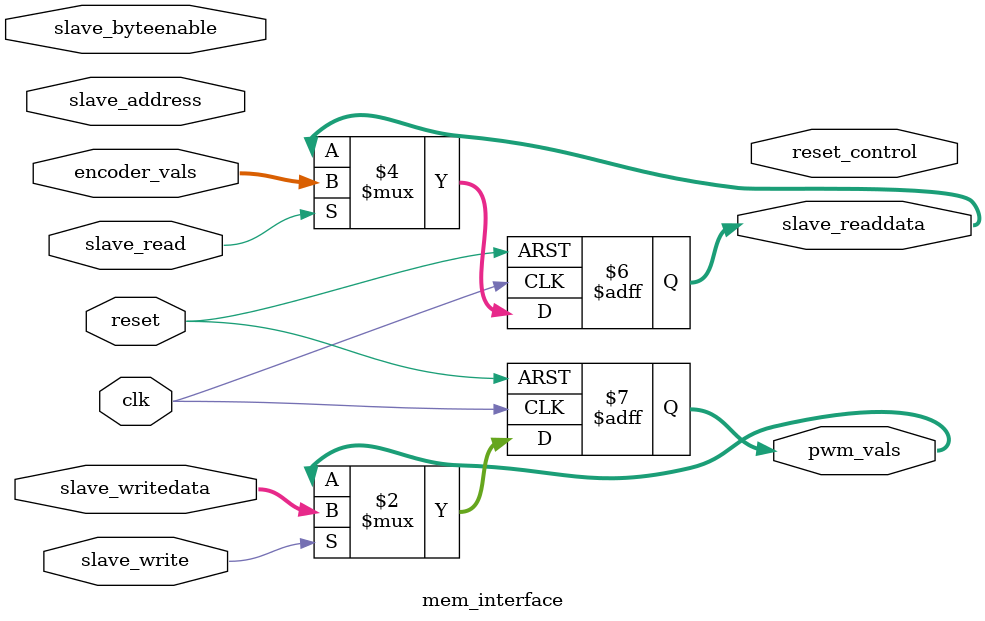
<source format=v>
`timescale 1 ps / 1 ps

module mem_interface #(
    parameter DATA_WIDTH = 32
) (
    input  wire clk,
    input  wire reset,

    // Avalon-MM slave interface
    input  wire [7:0]  slave_address,
    input  wire        slave_read,
    output reg  [DATA_WIDTH-1:0] slave_readdata,
    input  wire        slave_write,
    input  wire [DATA_WIDTH-1:0] slave_writedata,
    input  wire [(DATA_WIDTH/8)-1:0] slave_byteenable,  

    // External registers
    output reg [DATA_WIDTH-1:0] pwm_vals,
    output reg [DATA_WIDTH-1:0] reset_control,
    input  wire [DATA_WIDTH-1:0] encoder_vals
);

    localparam PWM_ADDR     = 8'h00;
    localparam ENCODER_ADDR = 8'h04;

    always @(posedge clk or posedge reset) begin
        if (reset) begin
            pwm_vals <= {16'd2048,16'd2048}; //pwm is 0 in the midpoint. maybe parameterize this later
            slave_readdata <= {DATA_WIDTH{1'b0}};
        end else begin
            if (slave_read) begin
                slave_readdata <= encoder_vals; // should really check the address before copying data (slave_address)
            end
            if (slave_write) begin
                pwm_vals <= slave_writedata;   // should really check the address before copying data (slave_address)
            end

        end
    end

endmodule

</source>
